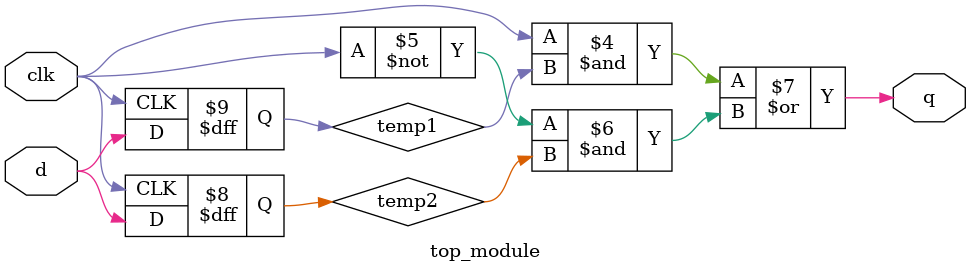
<source format=v>
module top_module (
    input clk,
    input d,
    output q
);
    reg temp1, temp2;
    
    always @(posedge clk)
        temp1 <= d;
    always @(negedge clk)
        temp2 <= d;
    
    always @(*)
        q = (clk & temp1) | (~clk & temp2);
    
endmodule

</source>
